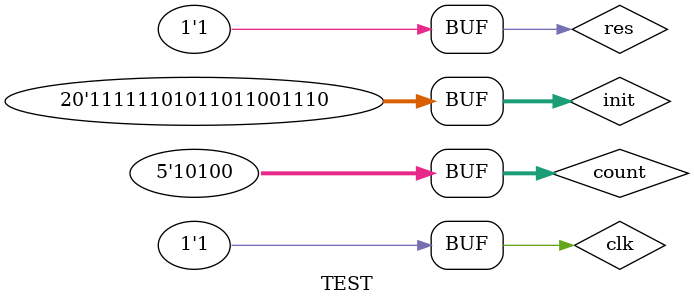
<source format=v>
module TEST;
wire [19:0] state;
reg clk,res;
reg [4:0] count;
reg [19:0] init;
integer i;

parameter STEP = 10;

autocell a0 (init, clk, res, state);

initial begin
	$display("=============density is 0.3=============");
	init=20'b00000010100100110001;
	$dumpfile("dump.vcd");
	$dumpvars(0, TEST);
	count = 0;
	res = 1;
	#1 res = 0;
	$monitor ("%t: state=%b", $time, state);
	#1 res = 1;

	repeat (20)
	begin
		clk = 1; #(STEP/2);
		clk = 0; #(STEP/2);
		count = count + 1;
	end

	$display("=============density is 0.5=============");
  #1
	init=20'b10101010101010101010;
	count = 0;
	res = 1;
	#1 res = 0;
	$monitor ("%t: state=%b", $time, state);
	#1 res = 1;

	repeat (20)
	begin
		clk = 0; #(STEP/2);
		clk = 1; #(STEP/2);
		count = count + 1;
	end

	$display("=============density is 0.7=============");
  #1
	init=20'b11111101011011001110;
	count = 0;
	res = 1;
	#1 res = 0;
	$monitor ("%t: state=%b", $time, state);
	#1 res = 1;

	repeat (20)
	begin
		clk = 0; #(STEP/2);
		clk = 1; #(STEP/2);
		count = count + 1;
	end
end
endmodule


</source>
